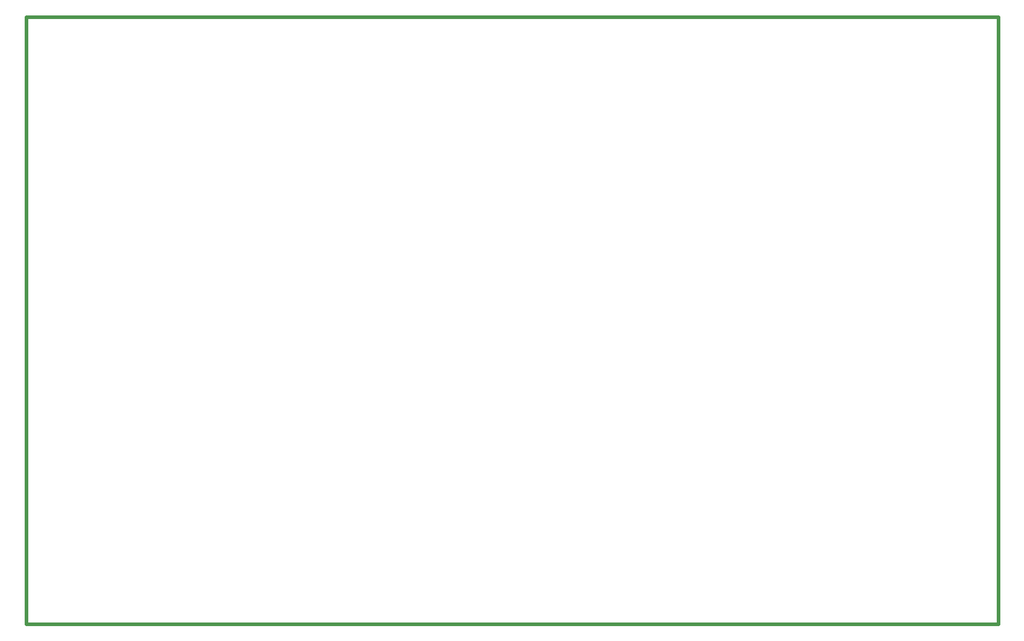
<source format=gko>
G04 Layer_Color=16711935*
%FSAX24Y24*%
%MOIN*%
G70*
G01*
G75*
%ADD52C,0.0236*%
D52*
X009843Y009843D02*
Y049213D01*
X072835D01*
Y009843D02*
Y049213D01*
X009843Y009843D02*
X072835D01*
M02*

</source>
